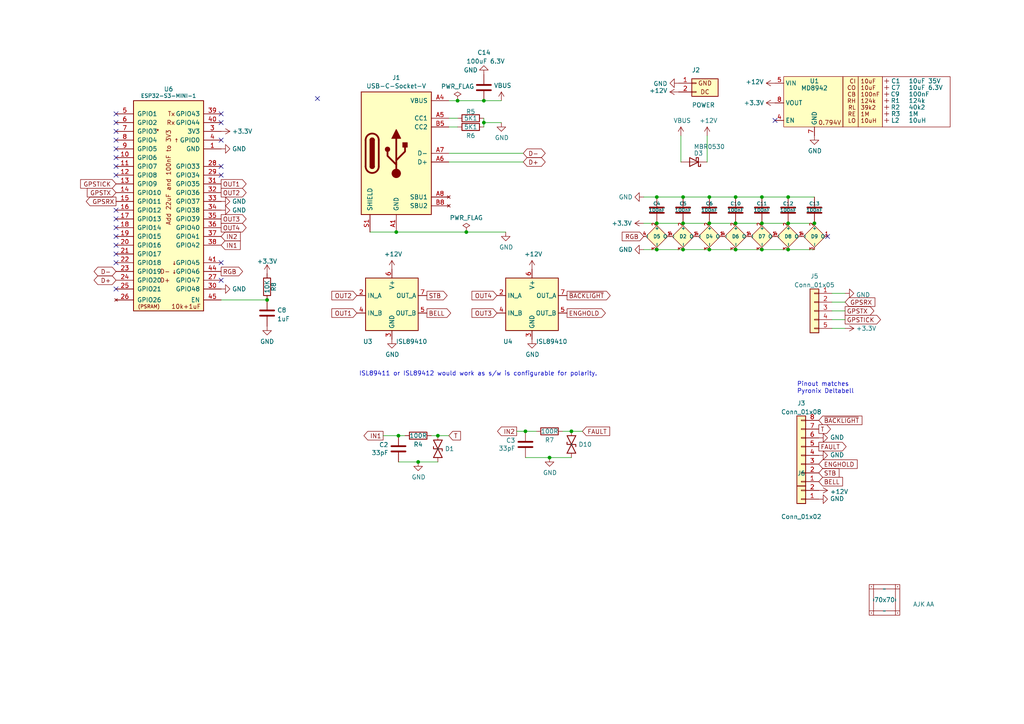
<source format=kicad_sch>
(kicad_sch (version 20241209) (generator "eeschema") (generator_version "9.0")
  (paper "A4")
  (title_block (title "bell box control") (date "${DATE}") (rev "2") (company "Adrian Kennard Andrews & Arnold Ltd") (comment 1 "@TheRealRevK") (comment 2 "www.me.uk"))
  (lib_symbols
    (symbol "Connector_Generic:Conn_01x02" (pin_names (offset 1.016) (hide yes))
      (property "Reference" "J" (at 0 2.54 0))
      (property "Value" "Conn_01x02" (at 0 -5.08 0))
      (symbol "Conn_01x02_1_1"
        (rectangle (start -1.27 1.27) (end 1.27 -3.81) (stroke (width 0.254)) (fill (type background)))
        (rectangle (start -1.27 0.127) (end 0 -0.127) (stroke (width 0.1524)))
        (rectangle (start -1.27 -2.413) (end 0 -2.667) (stroke (width 0.1524)))
        (pin passive line (at -5.08 0 0) (length 3.81) (name "Pin_1") (number "1"))
        (pin passive line (at -5.08 -2.54 0) (length 3.81) (name "Pin_2") (number "2"))
      )
    )
    (symbol "Connector_Generic:Conn_01x05" (pin_names (offset 1.016) (hide yes))
      (property "Reference" "J" (at 0 7.62 0))
      (property "Value" "Conn_01x05" (at 0 -7.62 0))
      (symbol "Conn_01x05_1_1"
        (rectangle (start -1.27 6.35) (end 1.27 -6.35) (stroke (width 0.254)) (fill (type background)))
        (rectangle (start -1.27 5.207) (end 0 4.953) (stroke (width 0.1524)))
        (rectangle (start -1.27 2.667) (end 0 2.413) (stroke (width 0.1524)))
        (rectangle (start -1.27 0.127) (end 0 -0.127) (stroke (width 0.1524)))
        (rectangle (start -1.27 -2.413) (end 0 -2.667) (stroke (width 0.1524)))
        (rectangle (start -1.27 -4.953) (end 0 -5.207) (stroke (width 0.1524)))
        (pin passive line (at -5.08 5.08 0) (length 3.81) (name "Pin_1") (number "1"))
        (pin passive line (at -5.08 2.54 0) (length 3.81) (name "Pin_2") (number "2"))
        (pin passive line (at -5.08 0 0) (length 3.81) (name "Pin_3") (number "3"))
        (pin passive line (at -5.08 -2.54 0) (length 3.81) (name "Pin_4") (number "4"))
        (pin passive line (at -5.08 -5.08 0) (length 3.81) (name "Pin_5") (number "5"))
      )
    )
    (symbol "Connector_Generic:Conn_01x08" (pin_names (offset 1.016) (hide yes))
      (property "Reference" "J" (at 0 10.16 0))
      (property "Value" "Conn_01x08" (at 0 -12.7 0))
      (symbol "Conn_01x08_1_1"
        (rectangle (start -1.27 8.89) (end 1.27 -11.43) (stroke (width 0.254)) (fill (type background)))
        (rectangle (start -1.27 7.747) (end 0 7.493) (stroke (width 0.1524)))
        (rectangle (start -1.27 5.207) (end 0 4.953) (stroke (width 0.1524)))
        (rectangle (start -1.27 2.667) (end 0 2.413) (stroke (width 0.1524)))
        (rectangle (start -1.27 0.127) (end 0 -0.127) (stroke (width 0.1524)))
        (rectangle (start -1.27 -2.413) (end 0 -2.667) (stroke (width 0.1524)))
        (rectangle (start -1.27 -4.953) (end 0 -5.207) (stroke (width 0.1524)))
        (rectangle (start -1.27 -7.493) (end 0 -7.747) (stroke (width 0.1524)))
        (rectangle (start -1.27 -10.033) (end 0 -10.287) (stroke (width 0.1524)))
        (pin passive line (at -5.08 7.62 0) (length 3.81) (name "Pin_1") (number "1"))
        (pin passive line (at -5.08 5.08 0) (length 3.81) (name "Pin_2") (number "2"))
        (pin passive line (at -5.08 2.54 0) (length 3.81) (name "Pin_3") (number "3"))
        (pin passive line (at -5.08 0 0) (length 3.81) (name "Pin_4") (number "4"))
        (pin passive line (at -5.08 -2.54 0) (length 3.81) (name "Pin_5") (number "5"))
        (pin passive line (at -5.08 -5.08 0) (length 3.81) (name "Pin_6") (number "6"))
        (pin passive line (at -5.08 -7.62 0) (length 3.81) (name "Pin_7") (number "7"))
        (pin passive line (at -5.08 -10.16 0) (length 3.81) (name "Pin_8") (number "8"))
      )
    )
    (symbol "Device:C" (pin_numbers (hide yes)) (pin_names (offset 0.254))
      (property "Reference" "C" (at 0.635 2.54 0))
      (property "Value" "C" (at 0.635 -2.54 0))
      (symbol "C_0_1"
        (polyline (pts (xy -2.032 0.762) (xy 2.032 0.762)) (stroke (width 0.508)))
        (polyline (pts (xy -2.032 -0.762) (xy 2.032 -0.762)) (stroke (width 0.508)))
      )
      (symbol "C_1_1"
        (pin passive line (at 0 3.81 270) (length 2.794) (name "~") (number "1"))
        (pin passive line (at 0 -3.81 90) (length 2.794) (name "~") (number "2"))
      )
    )
    (symbol "Device:R" (pin_numbers (hide yes)) (pin_names (offset 0))
      (property "Reference" "R" (at 2.032 0 90))
      (property "Value" "R" (at 0 0 90))
      (symbol "R_0_1"
        (rectangle (start -1.016 -2.54) (end 1.016 2.54) (stroke (width 0.254)))
      )
      (symbol "R_1_1"
        (pin passive line (at 0 3.81 270) (length 1.27) (name "~") (number "1"))
        (pin passive line (at 0 -3.81 90) (length 1.27) (name "~") (number "2"))
      )
    )
    (symbol "Diode:1N5819" (pin_numbers (hide yes)) (pin_names (offset 1.016) (hide yes))
      (property "Reference" "D" (at 0 2.54 0))
      (property "Value" "1N5819" (at 0 -2.54 0))
      (symbol "1N5819_0_1"
        (polyline (pts (xy -1.905 0.635) (xy -1.905 1.27) (xy -1.27 1.27) (xy -1.27 -1.27) (xy -0.635 -1.27) (xy -0.635 -0.635)) (stroke (width 0.254)))
        (polyline (pts (xy 1.27 1.27) (xy 1.27 -1.27) (xy -1.27 0) (xy 1.27 1.27)) (stroke (width 0.254)))
        (polyline (pts (xy 1.27 0) (xy -1.27 0)))
      )
      (symbol "1N5819_1_1"
        (pin passive line (at -3.81 0 0) (length 2.54) (name "K") (number "1"))
        (pin passive line (at 3.81 0 180) (length 2.54) (name "A") (number "2"))
      )
    )
    (symbol "Driver_FET:EL7202CN"
      (property "Reference" "U" (at -7.62 8.89 0))
      (property "Value" "EL7202CN" (at 1.27 8.89 0))
      (symbol "EL7202CN_0_1"
        (rectangle (start -7.62 -7.62) (end 7.62 7.62) (stroke (width 0.254)) (fill (type background)))
      )
      (symbol "EL7202CN_1_1"
        (pin input line (at -10.16 2.54 0) (length 2.54) (name "IN_A") (number "2"))
        (pin input line (at -10.16 -2.54 0) (length 2.54) (name "IN_B") (number "4"))
        (pin no_connect line (at -7.62 0 0) (length 2.54) (hide yes) (name "NC") (number "1"))
        (pin power_in line (at 0 10.16 270) (length 2.54) (name "V+") (number "6"))
        (pin power_in line (at 0 -10.16 90) (length 2.54) (name "GND") (number "3"))
        (pin no_connect line (at 7.62 0 180) (length 2.54) (hide yes) (name "NC") (number "8"))
        (pin output line (at 10.16 2.54 180) (length 2.54) (name "OUT_A") (number "7"))
        (pin output line (at 10.16 -2.54 180) (length 2.54) (name "OUT_B") (number "5"))
      )
    )
    (symbol "RevK:AA" (pin_names (offset 1.016)) (in_bom no)
      (property "Value" "AA" (at 0 0 0))
    )
    (symbol "RevK:AJK" (pin_names (offset 1.016)) (in_bom no)
      (property "Value" "AJK" (at 0 0 0))
    )
    (symbol "RevK:ES05D1MC10" (pin_numbers (hide yes))
      (property "Reference" "D" (at 0 2.54 0))
      (symbol "ES05D1MC10_0_1"
        (polyline (pts (xy -2.54 1.27) (xy -2.54 -1.27) (xy 0 0) (xy -2.54 1.27)) (stroke (width 0.254)))
        (polyline (pts (xy 2.54 -1.27) (xy 2.54 1.27) (xy 0 0) (xy 2.54 -1.27)) (stroke (width 0.254)))
      )
      (symbol "ES05D1MC10_1_1"
        (polyline (pts (xy 0.635 1.27) (xy 0 1.27) (xy 0 -1.27) (xy -0.635 -1.27)) (stroke (width 0.254)))
        (pin passive line (at -3.81 0 0) (length 1.27) (name "~") (number "2"))
        (pin passive line (at 3.81 0 180) (length 1.27) (name "~") (number "1"))
      )
    )
    (symbol "RevK:ESP32-S3-MINI-1-N4R2" (pin_names (offset 1.016))
      (property "Reference" "U" (at 0 27.94 0))
      (property "Value" "ESP32-S3-MINI-1-N4R2" (at 0 31.115 0))
      (symbol "ESP32-S3-MINI-1-N4R2_0_0"
        (rectangle (start -10.16 30.48) (end 10.16 -30.48) (stroke (width 0.254)) (fill (type background)))
      )
      (symbol "ESP32-S3-MINI-1-N4R2_1_1"
        (text "(PSRAM)" (at -5.715 -29.21 0) (effects (font (size 1 1))))
        (text "*" (at -3.175 21.59 0) (effects (font (size 1.27 1.27))))
        (text "D-" (at -2.54 -19.05 0) (effects (font (size 1.27 1.27)) (justify left)))
        (text "D+" (at -2.54 -21.59 0) (effects (font (size 1.27 1.27)) (justify left)))
        (text "Add 22uF and 100nF to 3V3" (at 0 8.255 900) (effects (font (size 1.27 1.27))))
        (text "Tx" (at 1.905 26.67 0) (effects (font (size 1.27 1.27)) (justify right)))
        (text "Rx" (at 1.905 24.13 0) (effects (font (size 1.27 1.27)) (justify right)))
        (text "↓" (at 2.54 -16.51 0) (effects (font (size 1.27 1.27)) (justify right)))
        (text "↓" (at 2.54 -19.05 0) (effects (font (size 1.27 1.27)) (justify right)))
        (text "↑" (at 3.175 19.05 0) (effects (font (size 1.27 1.27)) (justify right)))
        (text "10k+1uF" (at 5.08 -29.21 0) (effects (font (size 1.27 1.27))))
        (pin passive line (at -15.24 26.67 0) (length 5.08) (name "GPIO1") (number "5"))
        (pin passive line (at -15.24 24.13 0) (length 5.08) (name "GPIO2") (number "6"))
        (pin passive line (at -15.24 21.59 0) (length 5.08) (name "GPIO3") (number "7"))
        (pin passive line (at -15.24 19.05 0) (length 5.08) (name "GPIO4") (number "8"))
        (pin passive line (at -15.24 16.51 0) (length 5.08) (name "GPIO5") (number "9"))
        (pin passive line (at -15.24 13.97 0) (length 5.08) (name "GPIO6") (number "10"))
        (pin passive line (at -15.24 11.43 0) (length 5.08) (name "GPIO7") (number "11"))
        (pin passive line (at -15.24 8.89 0) (length 5.08) (name "GPIO8") (number "12"))
        (pin passive line (at -15.24 6.35 0) (length 5.08) (name "GPIO9") (number "13"))
        (pin passive line (at -15.24 3.81 0) (length 5.08) (name "GPIO10") (number "14"))
        (pin passive line (at -15.24 1.27 0) (length 5.08) (name "GPIO11") (number "15"))
        (pin passive line (at -15.24 -1.27 0) (length 5.08) (name "GPIO12") (number "16"))
        (pin passive line (at -15.24 -3.81 0) (length 5.08) (name "GPIO13") (number "17"))
        (pin passive line (at -15.24 -6.35 0) (length 5.08) (name "GPIO14") (number "18"))
        (pin passive line (at -15.24 -8.89 0) (length 5.08) (name "GPIO15") (number "19"))
        (pin passive line (at -15.24 -11.43 0) (length 5.08) (name "GPIO16") (number "20"))
        (pin passive line (at -15.24 -13.97 0) (length 5.08) (name "GPIO17") (number "21"))
        (pin passive line (at -15.24 -16.51 0) (length 5.08) (name "GPIO18") (number "22"))
        (pin passive line (at -15.24 -19.05 0) (length 5.08) (name "GPIO19") (number "23"))
        (pin passive line (at -15.24 -21.59 0) (length 5.08) (name "GPIO20") (number "24"))
        (pin passive line (at -15.24 -24.13 0) (length 5.08) (name "GPIO21") (number "25"))
        (pin no_connect line (at -15.24 -27.305 0) (length 5.08) (name "GPIO26") (number "26"))
        (pin passive line (at 15.24 26.67 180) (length 5.08) (name "GPIO43") (number "39"))
        (pin passive line (at 15.24 24.13 180) (length 5.08) (name "GPIO44") (number "40"))
        (pin power_in line (at 15.24 21.59 180) (length 5.08) (name "3V3") (number "3"))
        (pin passive line (at 15.24 19.05 180) (length 5.08) (name "GPIO0") (number "4"))
        (pin power_in line (at 15.24 16.51 180) (length 5.08) (name "GND") (number "1"))
        (pin power_in line (at 15.24 16.51 180) (length 5.08) (hide yes) (name "GND") (number "2"))
        (pin power_in line (at 15.24 16.51 180) (length 5.08) (hide yes) (name "GND") (number "42"))
        (pin power_in line (at 15.24 16.51 180) (length 5.08) (hide yes) (name "GND") (number "43"))
        (pin power_in line (at 15.24 16.51 180) (length 5.08) (hide yes) (name "GND") (number "46"))
        (pin power_in line (at 15.24 16.51 180) (length 5.08) (hide yes) (name "GND") (number "47"))
        (pin power_in line (at 15.24 16.51 180) (length 5.08) (hide yes) (name "GND") (number "48"))
        (pin power_in line (at 15.24 16.51 180) (length 5.08) (hide yes) (name "GND") (number "49"))
        (pin power_in line (at 15.24 16.51 180) (length 5.08) (hide yes) (name "GND") (number "50"))
        (pin power_in line (at 15.24 16.51 180) (length 5.08) (hide yes) (name "GND") (number "51"))
        (pin power_in line (at 15.24 16.51 180) (length 5.08) (hide yes) (name "GND") (number "52"))
        (pin power_in line (at 15.24 16.51 180) (length 5.08) (hide yes) (name "GND") (number "53"))
        (pin power_in line (at 15.24 16.51 180) (length 5.08) (hide yes) (name "GND") (number "54"))
        (pin power_in line (at 15.24 16.51 180) (length 5.08) (hide yes) (name "GND") (number "55"))
        (pin power_in line (at 15.24 16.51 180) (length 5.08) (hide yes) (name "GND") (number "56"))
        (pin power_in line (at 15.24 16.51 180) (length 5.08) (hide yes) (name "GND") (number "57"))
        (pin power_in line (at 15.24 16.51 180) (length 5.08) (hide yes) (name "GND") (number "58"))
        (pin power_in line (at 15.24 16.51 180) (length 5.08) (hide yes) (name "GND") (number "59"))
        (pin power_in line (at 15.24 16.51 180) (length 5.08) (hide yes) (name "GND") (number "60"))
        (pin power_in line (at 15.24 16.51 180) (length 5.08) (hide yes) (name "GND") (number "61"))
        (pin power_in line (at 15.24 16.51 180) (length 5.08) (hide yes) (name "GND") (number "62"))
        (pin power_in line (at 15.24 16.51 180) (length 5.08) (hide yes) (name "GND") (number "63"))
        (pin power_in line (at 15.24 16.51 180) (length 5.08) (hide yes) (name "GND") (number "64"))
        (pin power_in line (at 15.24 16.51 180) (length 5.08) (hide yes) (name "GND") (number "65"))
        (pin passive line (at 15.24 11.43 180) (length 5.08) (name "GPIO33") (number "28"))
        (pin passive line (at 15.24 8.89 180) (length 5.08) (name "GPIO34") (number "29"))
        (pin passive line (at 15.24 6.35 180) (length 5.08) (name "GPIO35") (number "31"))
        (pin passive line (at 15.24 3.81 180) (length 5.08) (name "GPIO36") (number "32"))
        (pin passive line (at 15.24 1.27 180) (length 5.08) (name "GPIO37") (number "33"))
        (pin passive line (at 15.24 -1.27 180) (length 5.08) (name "GPIO38") (number "34"))
        (pin passive line (at 15.24 -3.81 180) (length 5.08) (name "GPIO39") (number "35"))
        (pin passive line (at 15.24 -6.35 180) (length 5.08) (name "GPIO40") (number "36"))
        (pin passive line (at 15.24 -8.89 180) (length 5.08) (name "GPIO41") (number "37"))
        (pin passive line (at 15.24 -11.43 180) (length 5.08) (name "GPIO42") (number "38"))
        (pin passive line (at 15.24 -16.51 180) (length 5.08) (name "GPIO45") (number "41"))
        (pin passive line (at 15.24 -19.05 180) (length 5.08) (name "GPIO46") (number "44"))
        (pin passive line (at 15.24 -21.59 180) (length 5.08) (name "GPIO47") (number "27"))
        (pin passive line (at 15.24 -24.13 180) (length 5.08) (name "GPIO48") (number "30"))
        (pin input line (at 15.24 -27.305 180) (length 5.08) (name "EN") (number "45"))
      )
    )
    (symbol "RevK:Hidden" (pin_names (offset 1.016)) (in_bom no)
      (property "Reference" "Z" (at 0.635 0 0))
      (property "Value" "Hidden" (at 4.445 0 0))
      (symbol "Hidden_0_1"
        (polyline (pts (xy -0.635 0) (xy 0.635 0)) (stroke (width 0.1524)))
        (polyline (pts (xy 0 0.635) (xy 0 -0.635)) (stroke (width 0.1524)))
      )
    )
    (symbol "RevK:MD89420-RegBlock"
      (property "Reference" "U" (at -0.635 4.445 0))
      (property "Value" "MD8942" (at 0 6.35 0))
      (symbol "MD89420-RegBlock_1_1"
        (rectangle (start -8.89 7.62) (end 8.255 -6.985) (fill (type background)))
        (rectangle (start 8.255 7.62) (end 12.7 -6.985) (fill (type background)))
        (rectangle (start 12.7 7.62) (end 19.685 -6.985) (fill (type background)))
        (rectangle (start 19.685 7.62) (end 39.37 -6.985))
        (text "0.794V" (at 4.445 -5.715 0) (effects (font (size 1.27 1.27))))
        (text "CI\nCO\nCB\nRH\nRL\nRE\nLO" (at 12.065 6.985 0) (effects (font (size 1.185 1.185)) (justify right top)))
        (text "10uF\n10uF\n100nF\n124k\n39k2\n1M\n10uH" (at 13.335 6.985 0) (effects (font (size 1.185 1.185)) (justify left top)))
        (pin power_in line (at -11.43 5.715 0) (length 2.54) (name "VIN") (number "5"))
        (pin power_out line (at -11.43 0 0) (length 2.54) (name "VOUT") (number "8"))
        (pin input line (at -11.43 -5.08 0) (length 2.54) (name "EN") (number "4"))
        (pin power_in line (at 0 -9.525 90) (length 2.54) (hide yes) (name "GND") (number "2"))
        (pin power_in line (at 0 -9.525 90) (length 2.54) (name "GND") (number "7"))
        (pin no_connect line (at 5.715 1.905 0) (length 2.54) (hide yes) (name "") (number "3"))
        (pin no_connect line (at 5.715 0 0) (length 2.54) (hide yes) (name "") (number "1"))
        (pin no_connect line (at 5.715 -1.905 0) (length 2.54) (hide yes) (name "") (number "6"))
      )
    )
    (symbol "RevK:PCB" (in_bom no)
      (property "Value" "XxY" (at 0 0 0))
      (symbol "PCB_0_1"
        (rectangle (start -4.445 4.445) (end 4.445 -4.445))
        (circle (center -3.81 3.81) (radius 0.0001))
        (circle (center -3.81 -3.81) (radius 0.0001))
        (circle (center 3.81 3.81) (radius 0.0001))
        (circle (center 3.81 -3.81) (radius 0.0001))
      )
    )
    (symbol "RevK:PowerIn" (pin_names (offset 1.016) (hide yes))
      (property "Reference" "J" (at 0 2.54 0))
      (property "Value" "PowerIn" (at 2.54 -5.08 0))
      (symbol "PowerIn_0_0"
        (text "GND" (at 2.54 0 0) (effects (font (size 1.27 1.27))))
        (text "DC" (at 2.54 -2.54 0) (effects (font (size 1.27 1.27))))
      )
      (symbol "PowerIn_1_1"
        (rectangle (start -1.27 1.27) (end 6.35 -3.81) (stroke (width 0.254)) (fill (type background)))
        (rectangle (start -1.27 0.127) (end 0 -0.127) (stroke (width 0.1524)))
        (rectangle (start -1.27 -2.413) (end 0 -2.667) (stroke (width 0.1524)))
        (pin passive line (at -5.08 0 0) (length 3.81) (name "GND") (number "1"))
        (pin power_out line (at -5.08 -2.54 0) (length 3.81) (name "DC") (number "2"))
      )
    )
    (symbol "RevK:USB-C-Socket-H" (pin_names (offset 1.016))
      (property "Reference" "J" (at -10.16 19.05 0))
      (property "Value" "USB-C-Socket-V" (at 0.635 12.7 0))
      (symbol "USB-C-Socket-H_0_1"
        (rectangle (start -10.16 17.78) (end 10.16 -17.78) (stroke (width 0.254)) (fill (type background)))
        (polyline (pts (xy -8.89 -3.81) (xy -8.89 3.81)) (stroke (width 0.508)))
        (rectangle (start -7.62 -3.81) (end -6.35 3.81) (stroke (width 0.254)) (fill (type outline)))
        (arc (start -7.62 3.81) (mid -6.985 4.4423) (end -6.35 3.81) (stroke (width 0.254)))
        (arc (start -7.62 3.81) (mid -6.985 4.4423) (end -6.35 3.81) (stroke (width 0.254)) (fill (type outline)))
        (arc (start -8.89 3.81) (mid -6.985 5.7067) (end -5.08 3.81) (stroke (width 0.508)))
        (arc (start -5.08 -3.81) (mid -6.985 -5.7067) (end -8.89 -3.81) (stroke (width 0.508)))
        (arc (start -6.35 -3.81) (mid -6.985 -4.4423) (end -7.62 -3.81) (stroke (width 0.254)))
        (arc (start -6.35 -3.81) (mid -6.985 -4.4423) (end -7.62 -3.81) (stroke (width 0.254)) (fill (type outline)))
        (polyline (pts (xy -5.08 3.81) (xy -5.08 -3.81)) (stroke (width 0.508)))
        (circle (center -2.54 1.143) (radius 0.635) (stroke (width 0.254)) (fill (type outline)))
        (polyline (pts (xy -1.27 4.318) (xy 0 6.858) (xy 1.27 4.318) (xy -1.27 4.318)) (stroke (width 0.254)) (fill (type outline)))
        (polyline (pts (xy 0 -2.032) (xy 2.54 0.508) (xy 2.54 1.778)) (stroke (width 0.508)))
        (polyline (pts (xy 0 -3.302) (xy -2.54 -0.762) (xy -2.54 0.508)) (stroke (width 0.508)))
        (circle (center 0 -5.842) (radius 1.27) (fill (type outline)))
        (polyline (pts (xy 0 -5.842) (xy 0 4.318)) (stroke (width 0.508)))
        (rectangle (start 1.905 1.778) (end 3.175 3.048) (stroke (width 0.254)) (fill (type outline)))
      )
      (symbol "USB-C-Socket-H_1_1"
        (pin passive line (at -7.62 -22.86 90) (length 5.08) (name "SHIELD") (number "S1"))
        (pin passive line (at 0 -22.86 90) (length 5.08) (name "GND") (number "A1"))
        (pin passive line (at 0 -22.86 90) (length 5.08) (hide yes) (name "GND") (number "A12"))
        (pin passive line (at 0 -22.86 90) (length 5.08) (hide yes) (name "GND") (number "B1"))
        (pin passive line (at 0 -22.86 90) (length 5.08) (hide yes) (name "GND") (number "B12"))
        (pin passive line (at 15.24 15.24 180) (length 5.08) (name "VBUS") (number "A4"))
        (pin passive line (at 15.24 15.24 180) (length 5.08) (hide yes) (name "VBUS") (number "A9"))
        (pin passive line (at 15.24 15.24 180) (length 5.08) (hide yes) (name "VBUS") (number "B4"))
        (pin passive line (at 15.24 15.24 180) (length 5.08) (hide yes) (name "VBUS") (number "B9"))
        (pin bidirectional line (at 15.24 10.16 180) (length 5.08) (name "CC1") (number "A5"))
        (pin bidirectional line (at 15.24 7.62 180) (length 5.08) (name "CC2") (number "B5"))
        (pin bidirectional line (at 15.24 0 180) (length 5.08) (name "D-") (number "A7"))
        (pin bidirectional line (at 15.24 0 180) (length 5.08) (hide yes) (name "D-") (number "B7"))
        (pin bidirectional line (at 15.24 -2.54 180) (length 5.08) (name "D+") (number "A6"))
        (pin bidirectional line (at 15.24 -2.54 180) (length 5.08) (hide yes) (name "D+") (number "B6"))
        (pin no_connect line (at 15.24 -12.7 180) (length 5.08) (name "SBU1") (number "A8"))
        (pin no_connect line (at 15.24 -15.24 180) (length 5.08) (name "SBU2") (number "B8"))
      )
    )
    (symbol "RevK:VCUT" (in_bom no)
      (symbol "VCUT_0_1"
        (polyline (pts (xy -4.445 0) (xy 4.445 0)))
      )
    )
    (symbol "RevK:WS2812B-1mm" (pin_names (offset 0.254))
      (property "Reference" "D" (at 0 0 0))
      (symbol "WS2812B-1mm_1_1"
        (polyline (pts (xy 0 3.175) (xy 3.175 0) (xy 0 -3.175) (xy -3.175 0) (xy 0 3.175)) (fill (type background)))
        (pin input line (at -3.81 0 0) (length 0.5) (name "I") (number "4"))
        (pin power_in line (at 0 3.81 270) (length 0.5) (name "-") (number "3"))
        (pin power_in line (at 0 -3.81 90) (length 0.5) (name "+") (number "2"))
        (pin output line (at 3.81 0 180) (length 0.5) (name "O") (number "1"))
      )
    )
    (symbol "power:+12V" (power) (pin_names (offset 0))
      (property "Value" "+12V" (at 0 3.556 0))
      (symbol "+12V_0_1"
        (polyline (pts (xy -0.762 1.27) (xy 0 2.54)))
        (polyline (pts (xy 0 2.54) (xy 0.762 1.27)))
        (polyline (pts (xy 0 0) (xy 0 2.54)))
      )
      (symbol "+12V_1_1"
        (pin power_in line (at 0 0 90) (length 0) (hide yes) (name "+12V") (number "1"))
      )
    )
    (symbol "power:+3.3V" (power) (pin_names (offset 0))
      (property "Value" "+3.3V" (at 0 3.556 0))
      (symbol "+3.3V_0_1"
        (polyline (pts (xy -0.762 1.27) (xy 0 2.54)))
        (polyline (pts (xy 0 2.54) (xy 0.762 1.27)))
        (polyline (pts (xy 0 0) (xy 0 2.54)))
      )
      (symbol "+3.3V_1_1"
        (pin power_in line (at 0 0 90) (length 0) (hide yes) (name "+3.3V") (number "1"))
      )
    )
    (symbol "power:GND" (power) (pin_names (offset 0))
      (property "Value" "GND" (at 0 -3.81 0))
      (symbol "GND_0_1"
        (polyline (pts (xy 0 0) (xy 0 -1.27) (xy 1.27 -1.27) (xy 0 -2.54) (xy -1.27 -1.27) (xy 0 -1.27)))
      )
      (symbol "GND_1_1"
        (pin power_in line (at 0 0 270) (length 0) (hide yes) (name "GND") (number "1"))
      )
    )
    (symbol "power:PWR_FLAG" (power) (pin_numbers (hide yes)) (pin_names (offset 0) (hide yes))
      (property "Value" "PWR_FLAG" (at 0 3.81 0))
      (symbol "PWR_FLAG_0_0"
        (pin power_out line (at 0 0 90) (length 0) (name "pwr") (number "1"))
      )
      (symbol "PWR_FLAG_0_1"
        (polyline (pts (xy 0 0) (xy 0 1.27) (xy -1.016 1.905) (xy 0 2.54) (xy 1.016 1.905) (xy 0 1.27)))
      )
    )
    (symbol "power:VBUS" (power) (pin_names (offset 0))
      (property "Value" "VBUS" (at 0 3.81 0))
      (symbol "VBUS_0_1"
        (polyline (pts (xy -0.762 1.27) (xy 0 2.54)))
        (polyline (pts (xy 0 2.54) (xy 0.762 1.27)))
        (polyline (pts (xy 0 0) (xy 0 2.54)))
      )
      (symbol "VBUS_1_1"
        (pin power_in line (at 0 0 90) (length 0) (hide yes) (name "VBUS") (number "1"))
      )
    )
  )
  (text "Pinout matches\nPyronix Deltabell" (at 231.14 114.3 0) (effects (font (size 1.27 1.27)) (justify left bottom)))
  (text "ISL89411 or ISL89412 would work as s/w is configurable for polarity." (at 104.14 109.22 0) (effects (font (size 1.27 1.27)) (justify left bottom)))
  (junction (at 140.335 29.21))
  (junction (at 236.22 64.77))
  (junction (at 127 126.365))
  (junction (at 228.6 57.15))
  (junction (at 121.285 133.985))
  (junction (at 198.12 57.15))
  (junction (at 228.6 72.39))
  (junction (at 220.98 57.15))
  (junction (at 228.6 64.77))
  (junction (at 190.5 57.15))
  (junction (at 152.4 125.095))
  (junction (at 220.98 72.39))
  (junction (at 190.5 72.39))
  (junction (at 114.935 67.31))
  (junction (at 165.735 125.095))
  (junction (at 213.36 57.15))
  (junction (at 220.98 64.77))
  (junction (at 198.12 64.77))
  (junction (at 135.255 67.31))
  (junction (at 190.5 64.77))
  (junction (at 205.74 72.39))
  (junction (at 132.715 29.21))
  (junction (at 205.74 64.77))
  (junction (at 115.57 126.365))
  (junction (at 213.36 64.77))
  (junction (at 205.74 57.15))
  (junction (at 213.36 72.39))
  (junction (at 140.335 35.56))
  (junction (at 77.47 86.995))
  (junction (at 198.12 72.39))
  (junction (at 159.385 132.715))
  (no_connect (at 33.655 63.5))
  (no_connect (at 33.655 38.1))
  (no_connect (at 64.135 48.26))
  (no_connect (at 33.655 68.58))
  (no_connect (at 64.135 50.8))
  (no_connect (at 33.655 76.2))
  (no_connect (at 33.655 83.82))
  (no_connect (at 33.655 48.26))
  (no_connect (at 64.135 40.64))
  (no_connect (at 33.655 50.8))
  (no_connect (at 64.135 33.02))
  (no_connect (at 33.655 43.18))
  (no_connect (at 64.135 35.56))
  (no_connect (at 240.03 68.58))
  (no_connect (at 33.655 66.04))
  (no_connect (at 33.655 71.12))
  (no_connect (at 64.135 81.28))
  (no_connect (at 33.655 73.66))
  (no_connect (at 33.655 45.72))
  (no_connect (at 33.655 35.56))
  (no_connect (at 224.79 34.925))
  (no_connect (at 33.655 40.64))
  (no_connect (at 64.135 76.2))
  (no_connect (at 33.655 60.96))
  (no_connect (at 33.655 33.02))
  (no_connect (at 92.075 28.575))
  (wire (pts (xy 159.385 132.715) (xy 165.735 132.715)))
  (wire (pts (xy 130.175 36.83) (xy 132.715 36.83)))
  (wire (pts (xy 220.98 72.39) (xy 228.6 72.39)))
  (wire (pts (xy 127 126.365) (xy 125.095 126.365)))
  (wire (pts (xy 241.3 87.63) (xy 245.11 87.63)))
  (wire (pts (xy 140.335 35.56) (xy 140.335 36.83)))
  (wire (pts (xy 190.5 72.39) (xy 198.12 72.39)))
  (wire (pts (xy 149.86 125.095) (xy 152.4 125.095)))
  (wire (pts (xy 64.135 86.995) (xy 77.47 86.995)))
  (wire (pts (xy 213.36 57.15) (xy 220.98 57.15)))
  (wire (pts (xy 205.105 46.99) (xy 205.105 39.37)))
  (wire (pts (xy 140.335 34.29) (xy 140.335 35.56)))
  (wire (pts (xy 228.6 64.77) (xy 236.22 64.77)))
  (wire (pts (xy 228.6 72.39) (xy 236.22 72.39)))
  (wire (pts (xy 163.195 125.095) (xy 165.735 125.095)))
  (wire (pts (xy 205.74 57.15) (xy 213.36 57.15)))
  (wire (pts (xy 213.36 72.39) (xy 220.98 72.39)))
  (wire (pts (xy 115.57 126.365) (xy 117.475 126.365)))
  (wire (pts (xy 186.69 64.77) (xy 190.5 64.77)))
  (wire (pts (xy 186.69 57.15) (xy 190.5 57.15)))
  (wire (pts (xy 228.6 57.15) (xy 236.22 57.15)))
  (wire (pts (xy 130.175 29.21) (xy 132.715 29.21)))
  (wire (pts (xy 114.935 67.31) (xy 135.255 67.31)))
  (wire (pts (xy 197.485 46.99) (xy 197.485 39.37)))
  (wire (pts (xy 241.3 95.25) (xy 245.11 95.25)))
  (wire (pts (xy 190.5 64.77) (xy 198.12 64.77)))
  (wire (pts (xy 135.255 67.31) (xy 146.685 67.31)))
  (wire (pts (xy 127 126.365) (xy 130.175 126.365)))
  (wire (pts (xy 132.715 29.21) (xy 140.335 29.21)))
  (wire (pts (xy 107.315 67.31) (xy 114.935 67.31)))
  (wire (pts (xy 111.125 126.365) (xy 115.57 126.365)))
  (wire (pts (xy 241.3 92.71) (xy 245.11 92.71)))
  (wire (pts (xy 130.175 46.99) (xy 151.765 46.99)))
  (wire (pts (xy 152.4 132.715) (xy 159.385 132.715)))
  (wire (pts (xy 198.12 64.77) (xy 205.74 64.77)))
  (wire (pts (xy 115.57 133.985) (xy 121.285 133.985)))
  (wire (pts (xy 198.12 72.39) (xy 205.74 72.39)))
  (wire (pts (xy 241.3 90.17) (xy 245.11 90.17)))
  (wire (pts (xy 220.98 57.15) (xy 228.6 57.15)))
  (wire (pts (xy 186.69 72.39) (xy 190.5 72.39)))
  (wire (pts (xy 130.175 44.45) (xy 151.765 44.45)))
  (wire (pts (xy 152.4 125.095) (xy 155.575 125.095)))
  (wire (pts (xy 213.36 64.77) (xy 220.98 64.77)))
  (wire (pts (xy 205.74 64.77) (xy 213.36 64.77)))
  (wire (pts (xy 145.415 35.56) (xy 140.335 35.56)))
  (wire (pts (xy 140.335 29.21) (xy 145.415 29.21)))
  (wire (pts (xy 198.12 57.15) (xy 205.74 57.15)))
  (wire (pts (xy 220.98 64.77) (xy 228.6 64.77)))
  (wire (pts (xy 205.74 72.39) (xy 213.36 72.39)))
  (wire (pts (xy 130.175 34.29) (xy 132.715 34.29)))
  (wire (pts (xy 121.285 133.985) (xy 127 133.985)))
  (wire (pts (xy 241.3 85.09) (xy 245.11 85.09)))
  (wire (pts (xy 190.5 57.15) (xy 198.12 57.15)))
  (wire (pts (xy 165.735 125.095) (xy 168.91 125.095)))
  (global_label "GPSTICK" (shape input) (at 33.655 53.34 180) (property "Intersheetrefs" "${INTERSHEET_REFS}" (effects (hide yes))))
  (global_label "OUT1" (shape input) (at 103.505 90.805 180) (property "Intersheetrefs" "${INTERSHEET_REFS}" (effects (hide yes))))
  (global_label "RGB" (shape output) (at 64.135 78.74 0) (property "Intersheetrefs" "${INTERSHEET_REFS}" (effects (hide yes))))
  (global_label "GPSTX" (shape output) (at 245.11 90.17 0) (property "Intersheetrefs" "${INTERSHEET_REFS}" (effects (hide yes))))
  (global_label "FAULT" (shape output) (at 237.49 129.54 0) (property "Intersheetrefs" "${INTERSHEET_REFS}" (effects (hide yes))))
  (global_label "IN1" (shape input) (at 64.135 71.12 0) (property "Intersheetrefs" "${INTERSHEET_REFS}" (effects (hide yes))))
  (global_label "BELL" (shape input) (at 237.49 139.7 0) (property "Intersheetrefs" "${INTERSHEET_REFS}" (effects (hide yes))))
  (global_label "GPSRX" (shape input) (at 245.11 87.63 0) (property "Intersheetrefs" "${INTERSHEET_REFS}" (effects (hide yes))))
  (global_label "IN2" (shape input) (at 64.135 68.58 0) (property "Intersheetrefs" "${INTERSHEET_REFS}" (effects (hide yes))))
  (global_label "OUT3" (shape output) (at 64.135 63.5 0) (property "Intersheetrefs" "${INTERSHEET_REFS}" (effects (hide yes))))
  (global_label "ENGHOLD" (shape input) (at 237.49 134.62 0) (property "Intersheetrefs" "${INTERSHEET_REFS}" (effects (hide yes))))
  (global_label "OUT3" (shape input) (at 144.145 90.805 180) (property "Intersheetrefs" "${INTERSHEET_REFS}" (effects (hide yes))))
  (global_label "OUT2" (shape input) (at 103.505 85.725 180) (property "Intersheetrefs" "${INTERSHEET_REFS}" (effects (hide yes))))
  (global_label "GPSRX" (shape output) (at 33.655 58.42 180) (property "Intersheetrefs" "${INTERSHEET_REFS}" (effects (hide yes))))
  (global_label "FAULT" (shape input) (at 168.91 125.095 0) (property "Intersheetrefs" "${INTERSHEET_REFS}" (effects (hide yes))))
  (global_label "ENGHOLD" (shape output) (at 164.465 90.805 0) (property "Intersheetrefs" "${INTERSHEET_REFS}" (effects (hide yes))))
  (global_label "T" (shape output) (at 237.49 124.46 0) (property "Intersheetrefs" "${INTERSHEET_REFS}" (effects (hide yes))))
  (global_label "IN2" (shape output) (at 149.86 125.095 180) (property "Intersheetrefs" "${INTERSHEET_REFS}" (effects (hide yes))))
  (global_label "GPSTICK" (shape output) (at 245.11 92.71 0) (property "Intersheetrefs" "${INTERSHEET_REFS}" (effects (hide yes))))
  (global_label "D+" (shape bidirectional) (at 151.765 46.99 0) (property "Intersheetrefs" "${INTERSHEET_REFS}" (effects (hide yes))))
  (global_label "RGB" (shape input) (at 186.69 68.58 180) (property "Intersheetrefs" "${INTERSHEET_REFS}" (effects (hide yes))))
  (global_label "~{BACKLIGHT}" (shape input) (at 237.49 121.92 0) (property "Intersheetrefs" "${INTERSHEET_REFS}" (effects (hide yes))))
  (global_label "OUT2" (shape output) (at 64.135 55.88 0) (property "Intersheetrefs" "${INTERSHEET_REFS}" (effects (hide yes))))
  (global_label "D-" (shape bidirectional) (at 151.765 44.45 0) (property "Intersheetrefs" "${INTERSHEET_REFS}" (effects (hide yes))))
  (global_label "OUT1" (shape output) (at 64.135 53.34 0) (property "Intersheetrefs" "${INTERSHEET_REFS}" (effects (hide yes))))
  (global_label "T" (shape input) (at 130.175 126.365 0) (property "Intersheetrefs" "${INTERSHEET_REFS}" (effects (hide yes))))
  (global_label "OUT4" (shape input) (at 144.145 85.725 180) (property "Intersheetrefs" "${INTERSHEET_REFS}" (effects (hide yes))))
  (global_label "~{BACKLIGHT}" (shape output) (at 164.465 85.725 0) (property "Intersheetrefs" "${INTERSHEET_REFS}" (effects (hide yes))))
  (global_label "D-" (shape bidirectional) (at 33.655 78.74 180) (property "Intersheetrefs" "${INTERSHEET_REFS}" (effects (hide yes))))
  (global_label "GPSTX" (shape input) (at 33.655 55.88 180) (property "Intersheetrefs" "${INTERSHEET_REFS}" (effects (hide yes))))
  (global_label "STB" (shape output) (at 123.825 85.725 0) (property "Intersheetrefs" "${INTERSHEET_REFS}" (effects (hide yes))))
  (global_label "D+" (shape bidirectional) (at 33.655 81.28 180) (property "Intersheetrefs" "${INTERSHEET_REFS}" (effects (hide yes))))
  (global_label "OUT4" (shape output) (at 64.135 66.04 0) (property "Intersheetrefs" "${INTERSHEET_REFS}" (effects (hide yes))))
  (global_label "STB" (shape input) (at 237.49 137.16 0) (property "Intersheetrefs" "${INTERSHEET_REFS}" (effects (hide yes))))
  (global_label "IN1" (shape output) (at 111.125 126.365 180) (property "Intersheetrefs" "${INTERSHEET_REFS}" (effects (hide yes))))
  (global_label "BELL" (shape output) (at 123.825 90.805 0) (property "Intersheetrefs" "${INTERSHEET_REFS}" (effects (hide yes))))
  (symbol (lib_id "Device:R") (at 136.525 34.29 90) (unit 1)
    (property "Reference" "R5" (at 136.525 32.385 90))
    (property "Value" "5K1" (at 136.525 34.29 90))
    (property "Footprint" "RevK:R_0402" (effects (hide yes)))
  )
  (symbol (lib_id "power:VBUS") (at 145.415 29.21 0) (unit 1)
    (property "Reference" "#PWR018" (effects (hide yes)))
    (property "Value" "VBUS" (at 145.796 24.8158 0))
  )
  (symbol (lib_id "power:GND") (at 145.415 35.56 0) (unit 1)
    (property "Reference" "#PWR019" (effects (hide yes)))
    (property "Value" "GND" (at 145.542 39.9542 0))
  )
  (symbol (lib_id "power:GND") (at 146.685 67.31 0) (unit 1)
    (property "Reference" "#PWR020" (effects (hide yes)))
    (property "Value" "GND" (at 146.812 71.7042 0))
  )
  (symbol (lib_id "Device:R") (at 136.525 36.83 270) (unit 1)
    (property "Reference" "R6" (at 136.525 39.37 90))
    (property "Value" "5K1" (at 136.525 36.83 90))
    (property "Footprint" "RevK:R_0402" (effects (hide yes)))
  )
  (symbol (lib_id "RevK:AJK") (at 266.7 175.26 0) (unit 1) (in_bom no)
    (property "Reference" "AJK1" (effects (hide yes)))
    (property "Value" "AJK" (at 264.795 175.26 0) (effects (justify left)))
    (property "Footprint" "RevK:AJK" (effects (hide yes)))
    (property "Note" "Non part, PCB printed" (effects (hide yes)))
  )
  (symbol (lib_id "RevK:PowerIn") (at 201.93 24.13 0) (unit 1) (in_bom no)
    (property "Reference" "J2" (at 200.66 20.32 0) (effects (justify left)))
    (property "Value" "POWER" (at 200.66 30.48 0) (effects (justify left)))
    (property "Footprint" "RevK:PTSM-HH-2-RA" (effects (hide yes)))
  )
  (symbol (lib_id "power:GND") (at 196.85 24.13 270) (unit 1)
    (property "Reference" "#PWR026" (effects (hide yes)))
    (property "Value" "GND" (at 193.5988 24.257 90) (effects (justify right)))
  )
  (symbol (lib_id "power:+12V") (at 196.85 26.67 90) (unit 1)
    (property "Reference" "#PWR027" (effects (hide yes)))
    (property "Value" "+12V" (at 193.5988 26.289 90) (effects (justify left)))
  )
  (symbol (lib_id "power:+12V") (at 205.105 39.37 0) (unit 1)
    (property "Reference" "#PWR029" (effects (hide yes)))
    (property "Value" "+12V" (at 205.486 34.9758 0))
  )
  (symbol (lib_id "power:VBUS") (at 197.485 39.37 0) (unit 1)
    (property "Reference" "#PWR028" (effects (hide yes)))
    (property "Value" "VBUS" (at 197.866 34.9758 0))
  )
  (symbol (lib_id "RevK:AA") (at 269.24 175.26 0) (unit 1) (in_bom no)
    (property "Reference" "U7" (effects (hide yes)))
    (property "Value" "AA" (at 268.605 175.26 0) (effects (justify left)))
    (property "Footprint" "RevK:AA" (effects (hide yes)))
    (property "Note" "Non part, PCB printed" (effects (hide yes)))
  )
  (symbol (lib_id "Device:R") (at 121.285 126.365 270) (unit 1)
    (property "Reference" "R4" (at 121.285 128.905 90))
    (property "Value" "100R" (at 121.285 126.365 90))
    (property "Footprint" "RevK:R_0402" (effects (hide yes)))
  )
  (symbol (lib_id "Device:C") (at 115.57 130.175 0) (mirror y) (unit 1)
    (property "Reference" "C2" (at 112.649 129.0066 0) (effects (justify left)))
    (property "Value" "33pF" (at 112.649 131.318 0) (effects (justify left)))
    (property "Footprint" "RevK:C_0402" (effects (hide yes)))
  )
  (symbol (lib_id "power:GND") (at 121.285 133.985 0) (unit 1)
    (property "Reference" "#PWR014" (effects (hide yes)))
    (property "Value" "GND" (at 121.412 138.3792 0))
  )
  (symbol (lib_id "Device:R") (at 159.385 125.095 270) (unit 1)
    (property "Reference" "R7" (at 159.385 127.635 90))
    (property "Value" "100R" (at 159.385 125.095 90))
    (property "Footprint" "RevK:R_0402" (effects (hide yes)))
  )
  (symbol (lib_id "Device:C") (at 152.4 128.905 0) (mirror y) (unit 1)
    (property "Reference" "C3" (at 149.479 127.7366 0) (effects (justify left)))
    (property "Value" "33pF" (at 149.479 130.048 0) (effects (justify left)))
    (property "Footprint" "RevK:C_0402" (effects (hide yes)))
  )
  (symbol (lib_id "power:GND") (at 159.385 132.715 0) (unit 1)
    (property "Reference" "#PWR022" (effects (hide yes)))
    (property "Value" "GND" (at 159.512 137.1092 0))
  )
  (symbol (lib_id "power:GND") (at 237.49 144.78 90) (unit 1)
    (property "Reference" "#PWR038" (effects (hide yes)))
    (property "Value" "GND" (at 240.7412 144.653 90) (effects (justify right)))
  )
  (symbol (lib_id "power:+12V") (at 237.49 142.24 270) (unit 1)
    (property "Reference" "#PWR037" (effects (hide yes)))
    (property "Value" "+12V" (at 240.7412 142.621 90) (effects (justify left)))
  )
  (symbol (lib_id "power:GND") (at 113.665 98.425 0) (unit 1)
    (property "Reference" "#PWR016" (effects (hide yes)))
    (property "Value" "GND" (at 113.792 102.8192 0))
  )
  (symbol (lib_id "power:+12V") (at 113.665 78.105 0) (unit 1)
    (property "Reference" "#PWR015" (effects (hide yes)))
    (property "Value" "+12V" (at 114.046 73.7108 0))
  )
  (symbol (lib_id "power:GND") (at 237.49 132.08 90) (unit 1)
    (property "Reference" "#PWR036" (effects (hide yes)))
    (property "Value" "GND" (at 240.7412 131.953 90) (effects (justify right)))
  )
  (symbol (lib_id "power:GND") (at 237.49 127 90) (unit 1)
    (property "Reference" "#PWR035" (effects (hide yes)))
    (property "Value" "GND" (at 240.7412 126.873 90) (effects (justify right)))
  )
  (symbol (lib_id "power:GND") (at 154.305 98.425 0) (unit 1)
    (property "Reference" "#PWR024" (effects (hide yes)))
    (property "Value" "GND" (at 154.432 102.8192 0))
  )
  (symbol (lib_id "power:+12V") (at 154.305 78.105 0) (unit 1)
    (property "Reference" "#PWR023" (effects (hide yes)))
    (property "Value" "+12V" (at 154.686 73.7108 0))
  )
  (symbol (lib_id "Driver_FET:EL7202CN") (at 113.665 88.265 0) (unit 1)
    (property "Reference" "U3" (at 106.68 99.06 0))
    (property "Value" "ISL89410" (at 119.38 99.06 0))
    (property "Footprint" "RevK:SO-8_3.9x4.9mm_P1.27mm" (effects (hide yes)))
    (property "Datasheet" "http://www.intersil.com/content/dam/Intersil/documents/el72/el7202-12-22.pdf" (effects (hide yes)))
    (property "LCSC Part #" "C635887" (effects (hide yes)))
  )
  (symbol (lib_id "Driver_FET:EL7202CN") (at 154.305 88.265 0) (unit 1)
    (property "Reference" "U4" (at 147.32 99.06 0))
    (property "Value" "ISL89410" (at 160.02 99.06 0))
    (property "Footprint" "RevK:SO-8_3.9x4.9mm_P1.27mm" (effects (hide yes)))
    (property "Datasheet" "http://www.intersil.com/content/dam/Intersil/documents/el72/el7202-12-22.pdf" (effects (hide yes)))
    (property "LCSC Part #" "C635887" (effects (hide yes)))
  )
  (symbol (lib_id "power:GND") (at 186.69 57.15 270) (unit 1)
    (property "Reference" "#PWR04" (effects (hide yes)))
    (property "Value" "GND" (at 183.5151 57.15 90) (effects (justify right)))
  )
  (symbol (lib_id "power:+3.3V") (at 224.79 29.845 90) (unit 1)
    (property "Reference" "#PWR01" (effects (hide yes)))
    (property "Value" "+3.3V" (at 221.615 29.845 90) (effects (justify left)))
  )
  (symbol (lib_id "Connector_Generic:Conn_01x05") (at 236.22 90.17 0) (mirror y) (unit 1) (in_bom no)
    (property "Reference" "J5" (at 236.22 80.1202 0))
    (property "Value" "Conn_01x05" (at 236.22 82.6571 0))
    (property "Footprint" "RevK:PTSM-HH-5-RA-SMD" (effects (hide yes)))
  )
  (symbol (lib_id "RevK:VCUT") (at 253.365 173.99 90) (unit 1) (exclude_from_sim yes) (in_bom no)
    (property "Reference" "V4" (effects (hide yes)))
    (property "Value" "~" (at 253.365 173.99 0))
    (property "Footprint" "RevK:VCUT70N" (effects (hide yes)))
  )
  (symbol (lib_id "power:GND") (at 64.135 58.42 90) (unit 1)
    (property "Reference" "#PWR06" (effects (hide yes)))
    (property "Value" "GND" (at 67.31 58.42 90) (effects (justify right)))
  )
  (symbol (lib_id "RevK:ES05D1MC10") (at 165.735 128.905 90) (unit 1)
    (property "Reference" "D10" (at 167.767 128.905 90) (effects (justify right)))
    (property "Value" "~" (at 165.735 128.905 0))
    (property "Footprint" "RevK:DFN1006-2L" (effects (hide yes)))
    (property "LCSC Part #" "C5137770" (effects (hide yes)))
  )
  (symbol (lib_id "RevK:Hidden") (at 257.175 29.21 0) (unit 1)
    (property "Reference" "R1" (at 259.715 29.21 0))
    (property "Value" "124k" (at 263.525 29.21 0) (effects (justify left)))
    (property "Footprint" "RevK:R_0402_" (effects (hide yes)))
  )
  (symbol (lib_id "RevK:MD89420-RegBlock") (at 236.22 29.845 0) (unit 1)
    (property "Reference" "U1" (at 236.22 23.495 0))
    (property "Value" "MD8942" (at 236.22 25.543 0))
    (property "Footprint" "RevK:SOT-23-6-MD8942" (effects (hide yes)))
    (property "Datasheet" "https://datasheet.lcsc.com/lcsc/2101111937_Shanghai-Mingda-Microelectronics-MD8942_C2684786.pdf" (effects (hide yes)))
    (property "LCSC Part #" "C2684786" (effects (hide yes)))
  )
  (symbol (lib_id "power:+3.3V") (at 245.11 95.25 270) (unit 1)
    (property "Reference" "#PWR0101" (effects (hide yes)))
    (property "Value" "+3.3V" (at 248.285 95.25 90) (effects (justify left)))
  )
  (symbol (lib_id "power:PWR_FLAG") (at 132.715 29.21 0) (unit 1)
    (property "Reference" "#FLG01" (effects (hide yes)))
    (property "Value" "PWR_FLAG" (at 132.715 25.0769 0))
  )
  (symbol (lib_id "Device:C") (at 198.12 60.96 0) (mirror y) (unit 1)
    (property "Reference" "C5" (at 198.12 59.055 0) (effects (font (size 1 1))))
    (property "Value" "100nF" (at 198.12 60.96 0) (effects (font (size 1 1))))
    (property "Footprint" "RevK:C_0402" (effects (hide yes)))
  )
  (symbol (lib_id "power:GND") (at 77.47 94.615 0) (unit 1)
    (property "Reference" "#PWR039" (effects (hide yes)))
    (property "Value" "GND" (at 77.47 99.0584 0))
  )
  (symbol (lib_id "Diode:1N5819") (at 201.295 46.99 180) (unit 1)
    (property "Reference" "D3" (at 202.565 44.45 0))
    (property "Value" "MBR0530" (at 205.74 42.545 0))
    (property "Footprint" "RevK:D_SOD-123" (effects (hide yes)))
    (property "LCSC Part #" "C5204746" (effects (hide yes)))
  )
  (symbol (lib_id "Device:C") (at 77.47 90.805 0) (unit 1)
    (property "Reference" "C8" (at 80.391 89.9703 0) (effects (justify left)))
    (property "Value" "1uF" (at 80.391 92.5072 0) (effects (justify left)))
    (property "Footprint" "RevK:C_0402" (effects (hide yes)))
  )
  (symbol (lib_id "power:+12V") (at 224.79 24.13 90) (unit 1)
    (property "Reference" "#PWR03" (effects (hide yes)))
    (property "Value" "+12V" (at 221.5388 23.749 90) (effects (justify left)))
  )
  (symbol (lib_id "RevK:VCUT") (at 259.715 173.99 90) (unit 1) (exclude_from_sim yes) (in_bom no)
    (property "Reference" "V3" (effects (hide yes)))
    (property "Value" "~" (at 259.715 173.99 0))
    (property "Footprint" "RevK:VCUT70N" (effects (hide yes)))
  )
  (symbol (lib_id "Device:C") (at 140.335 25.4 0) (unit 1)
    (property "Reference" "C14" (at 138.43 15.24 0) (effects (justify left)))
    (property "Value" "100uF 6.3V" (at 135.255 17.78 0) (effects (justify left)))
    (property "Footprint" "RevK:C_1206" (effects (hide yes)))
  )
  (symbol (lib_id "RevK:ESP32-S3-MINI-1-N4R2") (at 48.895 59.69 0) (unit 1)
    (property "Reference" "U6" (at 48.895 25.8532 0))
    (property "Value" "ESP32-S3-MINI-1" (at 48.895 27.7896 0) (effects (font (size 1.1 1.1))))
    (property "Footprint" "RevK:ESP32-S3-MINI-1" (effects (hide yes)))
    (property "Datasheet" "https://www.espressif.com/sites/default/files/documentation/esp32-s3-mini-1_mini-1u_datasheet_en.pdf" (effects (hide yes)))
    (property "LCSC Part #" "C3013941" (effects (hide yes)))
  )
  (symbol (lib_id "power:+3.3V") (at 64.135 38.1 270) (unit 1)
    (property "Reference" "#PWR032" (effects (hide yes)))
    (property "Value" "+3.3V" (at 67.31 38.1 90) (effects (justify left)))
  )
  (symbol (lib_id "power:GND") (at 64.135 43.18 90) (unit 1)
    (property "Reference" "#PWR033" (effects (hide yes)))
    (property "Value" "GND" (at 67.31 43.18 90) (effects (justify right)))
  )
  (symbol (lib_id "power:+3.3V") (at 186.69 64.77 90) (unit 1)
    (property "Reference" "#PWR030" (effects (hide yes)))
    (property "Value" "+3.3V" (at 180.34 64.77 90))
  )
  (symbol (lib_id "RevK:Hidden") (at 257.175 27.305 90) (unit 1)
    (property "Reference" "C9" (at 260.985 27.305 90) (effects (justify left)))
    (property "Value" "100nF" (at 263.525 27.305 90) (effects (justify right)))
    (property "Footprint" "RevK:C_0603_" (effects (hide yes)))
  )
  (symbol (lib_id "RevK:WS2812B-1mm") (at 205.74 68.58 0) (mirror x) (unit 1)
    (property "Reference" "D4" (at 205.74 68.58 0) (effects (font (size 1 1))))
    (property "Value" "XL-1010RGBC-WS2812B" (effects (hide yes)))
    (property "Footprint" "RevK:SMD1010" (effects (hide yes)))
    (property "Datasheet" "https://datasheet.lcsc.com/lcsc/2301111010_XINGLIGHT-XL-1010RGBC-WS2812B_C5349953.pdf" (effects (hide yes)))
    (property "LCSC Part #" "C5349953" (effects (hide yes)))
  )
  (symbol (lib_id "RevK:WS2812B-1mm") (at 198.12 68.58 0) (mirror x) (unit 1)
    (property "Reference" "D2" (at 198.12 68.58 0) (effects (font (size 1 1))))
    (property "Value" "XL-1010RGBC-WS2812B" (effects (hide yes)))
    (property "Footprint" "RevK:SMD1010" (effects (hide yes)))
    (property "Datasheet" "https://datasheet.lcsc.com/lcsc/2301111010_XINGLIGHT-XL-1010RGBC-WS2812B_C5349953.pdf" (effects (hide yes)))
    (property "LCSC Part #" "C5349953" (effects (hide yes)))
  )
  (symbol (lib_id "RevK:Hidden") (at 257.175 25.4 0) (unit 1)
    (property "Reference" "C7" (at 258.445 25.4 0) (effects (justify left)))
    (property "Value" "10uF 6.3V" (at 263.525 25.4 0) (effects (justify left)))
    (property "Footprint" "RevK:C_0603_" (effects (hide yes)))
    (property "LCSC Part #" "C1691" (effects (hide yes)))
  )
  (symbol (lib_id "Device:C") (at 220.98 60.96 0) (mirror y) (unit 1)
    (property "Reference" "C11" (at 220.98 59.055 0) (effects (font (size 1 1))))
    (property "Value" "100nF" (at 220.98 60.96 0) (effects (font (size 1 1))))
    (property "Footprint" "RevK:C_0402" (effects (hide yes)))
  )
  (symbol (lib_id "RevK:Hidden") (at 257.175 23.495 0) (unit 1)
    (property "Reference" "C1" (at 258.445 23.495 0) (effects (justify left)))
    (property "Value" "10uF 35V" (at 263.525 23.495 0) (effects (justify left)))
    (property "Footprint" "RevK:C_0603_" (effects (hide yes)))
    (property "LCSC Part #" "C194427" (effects (hide yes)))
  )
  (symbol (lib_id "power:+3.3V") (at 77.47 79.375 0) (unit 1)
    (property "Reference" "#PWR034" (effects (hide yes)))
    (property "Value" "+3.3V" (at 77.47 75.7992 0))
  )
  (symbol (lib_id "Connector_Generic:Conn_01x08") (at 232.41 132.08 180) (unit 1) (in_bom no)
    (property "Reference" "J3" (at 232.41 116.9502 0))
    (property "Value" "Conn_01x08" (at 232.41 119.4871 0))
    (property "Footprint" "RevK:PTSM-HH-8-RA" (effects (hide yes)))
  )
  (symbol (lib_id "RevK:WS2812B-1mm") (at 190.5 68.58 0) (mirror x) (unit 1)
    (property "Reference" "D5" (at 190.5 68.58 0) (effects (font (size 1 1))))
    (property "Value" "XL-1010RGBC-WS2812B" (effects (hide yes)))
    (property "Footprint" "RevK:SMD1010" (effects (hide yes)))
    (property "Datasheet" "https://datasheet.lcsc.com/lcsc/2301111010_XINGLIGHT-XL-1010RGBC-WS2812B_C5349953.pdf" (effects (hide yes)))
    (property "LCSC Part #" "C5349953" (effects (hide yes)))
  )
  (symbol (lib_id "Device:C") (at 228.6 60.96 0) (mirror y) (unit 1)
    (property "Reference" "C12" (at 228.6 59.055 0) (effects (font (size 1 1))))
    (property "Value" "100nF" (at 228.6 60.96 0) (effects (font (size 1 1))))
    (property "Footprint" "RevK:C_0402" (effects (hide yes)))
  )
  (symbol (lib_id "power:GND") (at 236.22 39.37 0) (unit 1)
    (property "Reference" "#PWR02" (effects (hide yes)))
    (property "Value" "GND" (at 236.347 43.7642 0))
  )
  (symbol (lib_id "power:GND") (at 64.135 60.96 90) (unit 1)
    (property "Reference" "#PWR07" (effects (hide yes)))
    (property "Value" "GND" (at 67.31 60.96 90) (effects (justify right)))
  )
  (symbol (lib_id "power:PWR_FLAG") (at 135.255 67.31 0) (unit 1)
    (property "Reference" "#FLG02" (effects (hide yes)))
    (property "Value" "PWR_FLAG" (at 135.255 63.1769 0))
  )
  (symbol (lib_id "Device:C") (at 190.5 60.96 0) (mirror y) (unit 1)
    (property "Reference" "C4" (at 190.5 59.055 0) (effects (font (size 1 1))))
    (property "Value" "100nF" (at 190.5 60.96 0) (effects (font (size 1 1))))
    (property "Footprint" "RevK:C_0402" (effects (hide yes)))
  )
  (symbol (lib_id "Device:C") (at 236.22 60.96 0) (mirror y) (unit 1)
    (property "Reference" "C13" (at 236.22 59.055 0) (effects (font (size 1 1))))
    (property "Value" "100nF" (at 236.22 60.96 0) (effects (font (size 1 1))))
    (property "Footprint" "RevK:C_0402" (effects (hide yes)))
  )
  (symbol (lib_id "Connector_Generic:Conn_01x02") (at 232.41 144.78 180) (unit 1) (in_bom no)
    (property "Reference" "J6" (at 232.41 137.2702 0))
    (property "Value" "Conn_01x02" (at 232.41 149.86 0))
    (property "Footprint" "RevK:PTSM-HH-2-RA" (effects (hide yes)))
  )
  (symbol (lib_id "Device:R") (at 77.47 83.185 0) (unit 1)
    (property "Reference" "R8" (at 79.375 83.185 90))
    (property "Value" "10K" (at 77.47 83.185 90))
    (property "Footprint" "RevK:R_0402" (effects (hide yes)))
  )
  (symbol (lib_id "power:GND") (at 64.135 83.82 90) (unit 1)
    (property "Reference" "#PWR08" (effects (hide yes)))
    (property "Value" "GND" (at 67.31 83.82 90) (effects (justify right)))
  )
  (symbol (lib_id "Device:C") (at 213.36 60.96 0) (mirror y) (unit 1)
    (property "Reference" "C10" (at 213.36 59.055 0) (effects (font (size 1 1))))
    (property "Value" "100nF" (at 213.36 60.96 0) (effects (font (size 1 1))))
    (property "Footprint" "RevK:C_0402" (effects (hide yes)))
  )
  (symbol (lib_id "RevK:ES05D1MC10") (at 127 130.175 90) (unit 1)
    (property "Reference" "D1" (at 129.032 130.175 90) (effects (justify right)))
    (property "Value" "~" (at 127 130.175 0))
    (property "Footprint" "RevK:DFN1006-2L" (effects (hide yes)))
    (property "LCSC Part #" "C5137770" (effects (hide yes)))
  )
  (symbol (lib_id "RevK:WS2812B-1mm") (at 213.36 68.58 0) (mirror x) (unit 1)
    (property "Reference" "D6" (at 213.36 68.58 0) (effects (font (size 1 1))))
    (property "Value" "XL-1010RGBC-WS2812B" (effects (hide yes)))
    (property "Footprint" "RevK:SMD1010" (effects (hide yes)))
    (property "Datasheet" "https://datasheet.lcsc.com/lcsc/2301111010_XINGLIGHT-XL-1010RGBC-WS2812B_C5349953.pdf" (effects (hide yes)))
    (property "LCSC Part #" "C5349953" (effects (hide yes)))
  )
  (symbol (lib_id "RevK:Hidden") (at 257.175 31.115 270) (unit 1)
    (property "Reference" "R2" (at 259.715 31.115 90))
    (property "Value" "40k2" (at 263.525 31.115 90) (effects (justify left)))
    (property "Footprint" "RevK:R_0402_" (effects (hide yes)))
  )
  (symbol (lib_id "RevK:WS2812B-1mm") (at 236.22 68.58 0) (mirror x) (unit 1)
    (property "Reference" "D9" (at 236.22 68.58 0) (effects (font (size 1 1))))
    (property "Value" "XL-1010RGBC-WS2812B" (effects (hide yes)))
    (property "Footprint" "RevK:SMD1010" (effects (hide yes)))
    (property "Datasheet" "https://datasheet.lcsc.com/lcsc/2301111010_XINGLIGHT-XL-1010RGBC-WS2812B_C5349953.pdf" (effects (hide yes)))
    (property "LCSC Part #" "C5349953" (effects (hide yes)))
  )
  (symbol (lib_id "RevK:VCUT") (at 256.54 170.815 180) (unit 1) (exclude_from_sim yes) (in_bom no)
    (property "Reference" "V1" (effects (hide yes)))
    (property "Value" "~" (at 256.54 170.815 0))
    (property "Footprint" "RevK:VCUT70N" (effects (hide yes)))
  )
  (symbol (lib_id "RevK:PCB") (at 256.54 173.99 0) (unit 1) (in_bom no)
    (property "Reference" "PCB1" (effects (hide yes)))
    (property "Value" "70x70" (at 256.54 173.99 0))
    (property "Footprint" "RevK:PCB7070" (effects (hide yes)))
  )
  (symbol (lib_id "power:GND") (at 245.11 85.09 90) (unit 1)
    (property "Reference" "#PWR0102" (effects (hide yes)))
    (property "Value" "GND" (at 248.285 85.5238 90) (effects (justify right)))
  )
  (symbol (lib_id "power:GND") (at 186.69 72.39 270) (unit 1)
    (property "Reference" "#PWR031" (effects (hide yes)))
    (property "Value" "GND" (at 183.5151 72.39 90) (effects (justify right)))
  )
  (symbol (lib_id "Device:C") (at 205.74 60.96 0) (mirror y) (unit 1)
    (property "Reference" "C6" (at 205.74 59.055 0) (effects (font (size 1 1))))
    (property "Value" "100nF" (at 205.74 60.96 0) (effects (font (size 1 1))))
    (property "Footprint" "RevK:C_0402" (effects (hide yes)))
  )
  (symbol (lib_id "RevK:USB-C-Socket-H") (at 114.935 44.45 0) (unit 1)
    (property "Reference" "J1" (at 114.935 22.5257 0))
    (property "Value" "USB-C-Socket-V" (at 114.935 24.9499 0))
    (property "Footprint" "RevK:USB-C-Socket-H" (effects (hide yes)))
    (property "LCSC Part #" "C709357" (effects (hide yes)))
  )
  (symbol (lib_id "RevK:Hidden") (at 257.175 33.02 0) (unit 1)
    (property "Reference" "R3" (at 258.445 33.02 0) (effects (justify left)))
    (property "Value" "1M" (at 263.525 33.02 0) (effects (justify left)))
    (property "Footprint" "RevK:R_0402_" (effects (hide yes)))
  )
  (symbol (lib_id "RevK:Hidden") (at 257.175 34.925 90) (unit 1)
    (property "Reference" "L2" (at 258.445 34.925 90) (effects (justify right)))
    (property "Value" "10uH" (at 263.525 34.925 90) (effects (justify right)))
    (property "Footprint" "RevK:L_4x4_" (effects (hide yes)))
  )
  (symbol (lib_id "RevK:WS2812B-1mm") (at 220.98 68.58 0) (mirror x) (unit 1)
    (property "Reference" "D7" (at 220.98 68.58 0) (effects (font (size 1 1))))
    (property "Value" "XL-1010RGBC-WS2812B" (effects (hide yes)))
    (property "Footprint" "RevK:SMD1010" (effects (hide yes)))
    (property "Datasheet" "https://datasheet.lcsc.com/lcsc/2301111010_XINGLIGHT-XL-1010RGBC-WS2812B_C5349953.pdf" (effects (hide yes)))
    (property "LCSC Part #" "C5349953" (effects (hide yes)))
  )
  (symbol (lib_id "RevK:VCUT") (at 256.54 177.165 180) (unit 1) (exclude_from_sim yes) (in_bom no)
    (property "Reference" "V2" (effects (hide yes)))
    (property "Value" "~" (at 256.54 177.165 0))
    (property "Footprint" "RevK:VCUT70N" (effects (hide yes)))
  )
  (symbol (lib_id "RevK:WS2812B-1mm") (at 228.6 68.58 0) (mirror x) (unit 1)
    (property "Reference" "D8" (at 228.6 68.58 0) (effects (font (size 1 1))))
    (property "Value" "XL-1010RGBC-WS2812B" (effects (hide yes)))
    (property "Footprint" "RevK:SMD1010" (effects (hide yes)))
    (property "Datasheet" "https://datasheet.lcsc.com/lcsc/2301111010_XINGLIGHT-XL-1010RGBC-WS2812B_C5349953.pdf" (effects (hide yes)))
    (property "LCSC Part #" "C5349953" (effects (hide yes)))
  )
  (symbol (lib_id "power:GND") (at 140.335 21.59 180) (unit 1)
    (property "Reference" "#PWR05" (effects (hide yes)))
    (property "Value" "GND" (at 136.525 20.32 0))
  )
)
</source>
